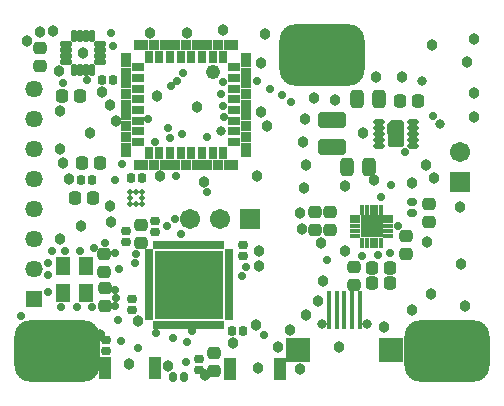
<source format=gts>
G04 Layer_Color=8388736*
%FSLAX25Y25*%
%MOIN*%
G70*
G01*
G75*
%ADD40R,0.05512X0.06693*%
G04:AMPARAMS|DCode=106|XSize=45.8mil|YSize=61.54mil|CornerRadius=13.45mil|HoleSize=0mil|Usage=FLASHONLY|Rotation=180.000|XOffset=0mil|YOffset=0mil|HoleType=Round|Shape=RoundedRectangle|*
%AMROUNDEDRECTD106*
21,1,0.04580,0.03465,0,0,180.0*
21,1,0.01890,0.06154,0,0,180.0*
1,1,0.02690,-0.00945,0.01732*
1,1,0.02690,0.00945,0.01732*
1,1,0.02690,0.00945,-0.01732*
1,1,0.02690,-0.00945,-0.01732*
%
%ADD106ROUNDEDRECTD106*%
%ADD107R,0.03359X0.05131*%
%ADD108R,0.03359X0.03359*%
%ADD109R,0.04107X0.02769*%
%ADD110R,0.03359X0.03359*%
%ADD111R,0.05131X0.03359*%
%ADD112R,0.02769X0.04107*%
G04:AMPARAMS|DCode=113|XSize=26.11mil|YSize=32.02mil|CornerRadius=8.71mil|HoleSize=0mil|Usage=FLASHONLY|Rotation=270.000|XOffset=0mil|YOffset=0mil|HoleType=Round|Shape=RoundedRectangle|*
%AMROUNDEDRECTD113*
21,1,0.02611,0.01460,0,0,270.0*
21,1,0.00869,0.03202,0,0,270.0*
1,1,0.01742,-0.00730,-0.00435*
1,1,0.01742,-0.00730,0.00435*
1,1,0.01742,0.00730,0.00435*
1,1,0.01742,0.00730,-0.00435*
%
%ADD113ROUNDEDRECTD113*%
G04:AMPARAMS|DCode=114|XSize=41.86mil|YSize=19.02mil|CornerRadius=6.76mil|HoleSize=0mil|Usage=FLASHONLY|Rotation=180.000|XOffset=0mil|YOffset=0mil|HoleType=Round|Shape=RoundedRectangle|*
%AMROUNDEDRECTD114*
21,1,0.04186,0.00551,0,0,180.0*
21,1,0.02835,0.01902,0,0,180.0*
1,1,0.01351,-0.01417,0.00276*
1,1,0.01351,0.01417,0.00276*
1,1,0.01351,0.01417,-0.00276*
1,1,0.01351,-0.01417,-0.00276*
%
%ADD114ROUNDEDRECTD114*%
G04:AMPARAMS|DCode=115|XSize=41.86mil|YSize=19.02mil|CornerRadius=6.76mil|HoleSize=0mil|Usage=FLASHONLY|Rotation=270.000|XOffset=0mil|YOffset=0mil|HoleType=Round|Shape=RoundedRectangle|*
%AMROUNDEDRECTD115*
21,1,0.04186,0.00551,0,0,270.0*
21,1,0.02835,0.01902,0,0,270.0*
1,1,0.01351,-0.00276,-0.01417*
1,1,0.01351,-0.00276,0.01417*
1,1,0.01351,0.00276,0.01417*
1,1,0.01351,0.00276,-0.01417*
%
%ADD115ROUNDEDRECTD115*%
G04:AMPARAMS|DCode=116|XSize=28.08mil|YSize=31.62mil|CornerRadius=9.12mil|HoleSize=0mil|Usage=FLASHONLY|Rotation=0.000|XOffset=0mil|YOffset=0mil|HoleType=Round|Shape=RoundedRectangle|*
%AMROUNDEDRECTD116*
21,1,0.02808,0.01338,0,0,0.0*
21,1,0.00984,0.03162,0,0,0.0*
1,1,0.01824,0.00492,-0.00669*
1,1,0.01824,-0.00492,-0.00669*
1,1,0.01824,-0.00492,0.00669*
1,1,0.01824,0.00492,0.00669*
%
%ADD116ROUNDEDRECTD116*%
G04:AMPARAMS|DCode=117|XSize=42.25mil|YSize=43.83mil|CornerRadius=12.73mil|HoleSize=0mil|Usage=FLASHONLY|Rotation=0.000|XOffset=0mil|YOffset=0mil|HoleType=Round|Shape=RoundedRectangle|*
%AMROUNDEDRECTD117*
21,1,0.04225,0.01836,0,0,0.0*
21,1,0.01678,0.04383,0,0,0.0*
1,1,0.02547,0.00839,-0.00918*
1,1,0.02547,-0.00839,-0.00918*
1,1,0.02547,-0.00839,0.00918*
1,1,0.02547,0.00839,0.00918*
%
%ADD117ROUNDEDRECTD117*%
G04:AMPARAMS|DCode=118|XSize=42.25mil|YSize=43.83mil|CornerRadius=12.73mil|HoleSize=0mil|Usage=FLASHONLY|Rotation=270.000|XOffset=0mil|YOffset=0mil|HoleType=Round|Shape=RoundedRectangle|*
%AMROUNDEDRECTD118*
21,1,0.04225,0.01836,0,0,270.0*
21,1,0.01678,0.04383,0,0,270.0*
1,1,0.02547,-0.00918,-0.00839*
1,1,0.02547,-0.00918,0.00839*
1,1,0.02547,0.00918,0.00839*
1,1,0.02547,0.00918,-0.00839*
%
%ADD118ROUNDEDRECTD118*%
%ADD119C,0.01981*%
%ADD120R,0.03556X0.01587*%
%ADD121R,0.01587X0.03556*%
%ADD122R,0.07296X0.07296*%
%ADD123R,0.02965X0.01981*%
%ADD124R,0.01981X0.02965*%
%ADD125R,0.22847X0.22847*%
%ADD126R,0.03950X0.07493*%
G04:AMPARAMS|DCode=127|XSize=28.08mil|YSize=31.62mil|CornerRadius=9.12mil|HoleSize=0mil|Usage=FLASHONLY|Rotation=270.000|XOffset=0mil|YOffset=0mil|HoleType=Round|Shape=RoundedRectangle|*
%AMROUNDEDRECTD127*
21,1,0.02808,0.01338,0,0,270.0*
21,1,0.00984,0.03162,0,0,270.0*
1,1,0.01824,-0.00669,-0.00492*
1,1,0.01824,-0.00669,0.00492*
1,1,0.01824,0.00669,0.00492*
1,1,0.01824,0.00669,-0.00492*
%
%ADD127ROUNDEDRECTD127*%
G04:AMPARAMS|DCode=128|XSize=54.85mil|YSize=95.4mil|CornerRadius=13.84mil|HoleSize=0mil|Usage=FLASHONLY|Rotation=270.000|XOffset=0mil|YOffset=0mil|HoleType=Round|Shape=RoundedRectangle|*
%AMROUNDEDRECTD128*
21,1,0.05485,0.06772,0,0,270.0*
21,1,0.02717,0.09540,0,0,270.0*
1,1,0.02768,-0.03386,-0.01359*
1,1,0.02768,-0.03386,0.01359*
1,1,0.02768,0.03386,0.01359*
1,1,0.02768,0.03386,-0.01359*
%
%ADD128ROUNDEDRECTD128*%
G04:AMPARAMS|DCode=129|XSize=26.11mil|YSize=32.02mil|CornerRadius=8.71mil|HoleSize=0mil|Usage=FLASHONLY|Rotation=0.000|XOffset=0mil|YOffset=0mil|HoleType=Round|Shape=RoundedRectangle|*
%AMROUNDEDRECTD129*
21,1,0.02611,0.01460,0,0,0.0*
21,1,0.00869,0.03202,0,0,0.0*
1,1,0.01742,0.00435,-0.00730*
1,1,0.01742,-0.00435,-0.00730*
1,1,0.01742,-0.00435,0.00730*
1,1,0.01742,0.00435,0.00730*
%
%ADD129ROUNDEDRECTD129*%
%ADD130R,0.08280X0.08280*%
%ADD131R,0.01784X0.12611*%
%ADD132R,0.04934X0.05918*%
G04:AMPARAMS|DCode=133|XSize=39.89mil|YSize=18.24mil|CornerRadius=6.76mil|HoleSize=0mil|Usage=FLASHONLY|Rotation=180.000|XOffset=0mil|YOffset=0mil|HoleType=Round|Shape=RoundedRectangle|*
%AMROUNDEDRECTD133*
21,1,0.03989,0.00471,0,0,180.0*
21,1,0.02636,0.01824,0,0,180.0*
1,1,0.01353,-0.01318,0.00235*
1,1,0.01353,0.01318,0.00235*
1,1,0.01353,0.01318,-0.00235*
1,1,0.01353,-0.01318,-0.00235*
%
%ADD133ROUNDEDRECTD133*%
%ADD134R,0.06706X0.06706*%
%ADD135C,0.06706*%
%ADD136R,0.05761X0.05761*%
%ADD137C,0.05761*%
%ADD138R,0.06706X0.06706*%
G04:AMPARAMS|DCode=139|XSize=283.59mil|YSize=204.85mil|CornerRadius=53.21mil|HoleSize=0mil|Usage=FLASHONLY|Rotation=180.000|XOffset=0mil|YOffset=0mil|HoleType=Round|Shape=RoundedRectangle|*
%AMROUNDEDRECTD139*
21,1,0.28359,0.09843,0,0,180.0*
21,1,0.17716,0.20485,0,0,180.0*
1,1,0.10642,-0.08858,0.04921*
1,1,0.10642,0.08858,0.04921*
1,1,0.10642,0.08858,-0.04921*
1,1,0.10642,-0.08858,-0.04921*
%
%ADD139ROUNDEDRECTD139*%
%ADD140C,0.03300*%
%ADD141C,0.03800*%
%ADD142C,0.02800*%
%ADD143C,0.03162*%
%ADD144C,0.04800*%
G36*
X129759Y88113D02*
X129940Y88070D01*
X130111Y87999D01*
X130269Y87902D01*
X130410Y87782D01*
X130530Y87641D01*
X130627Y87483D01*
X130698Y87311D01*
X130741Y87131D01*
X130756Y80253D01*
X130741Y80069D01*
X130698Y79889D01*
X130627Y79717D01*
X130530Y79559D01*
X130410Y79418D01*
X130269Y79298D01*
X130111Y79201D01*
X129940Y79130D01*
X129759Y79087D01*
X129575Y79072D01*
X126425D01*
X126241Y79087D01*
X126060Y79130D01*
X125889Y79201D01*
X125731Y79298D01*
X125590Y79418D01*
X125470Y79559D01*
X125373Y79717D01*
X125302Y79889D01*
X125259Y80069D01*
X125244Y86946D01*
X126425Y88128D01*
X129575D01*
X129759Y88113D01*
D02*
G37*
D40*
X128000Y83600D02*
D03*
D106*
X115058Y95100D02*
D03*
X122342D02*
D03*
X111758Y72400D02*
D03*
X119042D02*
D03*
D107*
X38120Y78241D02*
D03*
Y108359D02*
D03*
X78080Y78241D02*
D03*
Y108359D02*
D03*
D108*
X38120Y82670D02*
D03*
Y86213D02*
D03*
Y89757D02*
D03*
Y93300D02*
D03*
Y96843D02*
D03*
Y100387D02*
D03*
Y103930D02*
D03*
X78080Y82670D02*
D03*
Y86213D02*
D03*
Y89757D02*
D03*
Y93300D02*
D03*
Y96843D02*
D03*
Y100387D02*
D03*
Y103930D02*
D03*
D109*
X42076Y80898D02*
D03*
Y84442D02*
D03*
Y87985D02*
D03*
Y91528D02*
D03*
Y98615D02*
D03*
Y102158D02*
D03*
Y105702D02*
D03*
Y95072D02*
D03*
X74124Y80898D02*
D03*
Y84442D02*
D03*
Y87985D02*
D03*
Y91528D02*
D03*
Y95072D02*
D03*
Y98615D02*
D03*
Y102158D02*
D03*
Y105702D02*
D03*
D110*
X47470Y73320D02*
D03*
X54557D02*
D03*
X51013D02*
D03*
X47470Y113280D02*
D03*
X51013D02*
D03*
X54557D02*
D03*
X61643Y73320D02*
D03*
X58100D02*
D03*
X68730D02*
D03*
X65187D02*
D03*
X61643Y113280D02*
D03*
X58100D02*
D03*
X65187D02*
D03*
X68730D02*
D03*
D111*
X43041Y73320D02*
D03*
Y113280D02*
D03*
X73159Y73320D02*
D03*
Y113280D02*
D03*
D112*
X45698Y77276D02*
D03*
X56328D02*
D03*
X49242D02*
D03*
X52785D02*
D03*
X45698Y109324D02*
D03*
X52785D02*
D03*
X49242D02*
D03*
X56328D02*
D03*
X63415Y77276D02*
D03*
X59872D02*
D03*
X70502D02*
D03*
X66958D02*
D03*
X63415Y109324D02*
D03*
X59872D02*
D03*
X70502D02*
D03*
X66958D02*
D03*
D113*
X133500Y57230D02*
D03*
Y60970D02*
D03*
D114*
X18070Y109616D02*
D03*
Y107647D02*
D03*
Y111584D02*
D03*
Y113553D02*
D03*
X29330Y107647D02*
D03*
Y109616D02*
D03*
Y111584D02*
D03*
Y113553D02*
D03*
D115*
X20747Y104970D02*
D03*
X22716D02*
D03*
X20747Y116230D02*
D03*
X22716D02*
D03*
X24684Y104970D02*
D03*
X26653D02*
D03*
X24684Y116230D02*
D03*
X26653D02*
D03*
D116*
X33611Y101600D02*
D03*
X29989D02*
D03*
X23189Y68300D02*
D03*
X26811D02*
D03*
X77111Y17900D02*
D03*
X73489D02*
D03*
X43511Y68800D02*
D03*
X39889D02*
D03*
D117*
X22731Y96200D02*
D03*
X16669D02*
D03*
X120069Y34000D02*
D03*
X126131D02*
D03*
X23469Y73800D02*
D03*
X29531D02*
D03*
X129469Y94600D02*
D03*
X135531D02*
D03*
X119968Y39000D02*
D03*
X126031D02*
D03*
X20968Y62300D02*
D03*
X27031D02*
D03*
D118*
X9500Y106069D02*
D03*
Y112132D02*
D03*
X114100Y39331D02*
D03*
Y33268D02*
D03*
X106000Y51569D02*
D03*
Y57631D02*
D03*
X139000Y60132D02*
D03*
Y54068D02*
D03*
X67500Y4569D02*
D03*
Y10632D02*
D03*
X43000Y47269D02*
D03*
Y53332D02*
D03*
X131500Y43569D02*
D03*
Y49632D02*
D03*
X30900Y43532D02*
D03*
Y37468D02*
D03*
X31000Y26068D02*
D03*
Y32131D02*
D03*
X101000Y51569D02*
D03*
Y57631D02*
D03*
D119*
X39531Y64169D02*
D03*
Y60232D02*
D03*
X41500D02*
D03*
X43468D02*
D03*
X39531Y62200D02*
D03*
X41500Y64169D02*
D03*
X43468Y62200D02*
D03*
Y64169D02*
D03*
D120*
X114488Y49650D02*
D03*
Y51225D02*
D03*
Y55950D02*
D03*
Y54375D02*
D03*
Y52800D02*
D03*
X125512Y51225D02*
D03*
Y49650D02*
D03*
Y54375D02*
D03*
Y52800D02*
D03*
Y55950D02*
D03*
D121*
X116850Y47288D02*
D03*
Y58312D02*
D03*
X118425D02*
D03*
X121575Y47288D02*
D03*
X123150D02*
D03*
X118425D02*
D03*
X120000D02*
D03*
X123150Y58312D02*
D03*
X120000D02*
D03*
X121575D02*
D03*
D122*
X120000Y52800D02*
D03*
D123*
X45713Y22473D02*
D03*
Y24442D02*
D03*
Y26410D02*
D03*
Y28379D02*
D03*
Y30347D02*
D03*
Y32316D02*
D03*
Y36253D02*
D03*
Y40190D02*
D03*
Y42158D02*
D03*
Y44127D02*
D03*
Y34284D02*
D03*
Y38221D02*
D03*
X72287Y22473D02*
D03*
Y24442D02*
D03*
Y26410D02*
D03*
Y28379D02*
D03*
Y30347D02*
D03*
Y32316D02*
D03*
Y34284D02*
D03*
Y36253D02*
D03*
Y38221D02*
D03*
Y40190D02*
D03*
Y42158D02*
D03*
Y44127D02*
D03*
D124*
X52110Y20013D02*
D03*
X56047D02*
D03*
X50142D02*
D03*
X48173D02*
D03*
X58016D02*
D03*
X54079D02*
D03*
X48173Y46587D02*
D03*
X52110D02*
D03*
X50142D02*
D03*
X54079D02*
D03*
X58016D02*
D03*
X56047D02*
D03*
X59984Y20013D02*
D03*
X63921D02*
D03*
X61953D02*
D03*
X65890D02*
D03*
X69827D02*
D03*
X67858D02*
D03*
X59984Y46587D02*
D03*
X63921D02*
D03*
X61953D02*
D03*
X65890D02*
D03*
X67858D02*
D03*
X69827D02*
D03*
D125*
X59000Y33300D02*
D03*
D126*
X89268Y5100D02*
D03*
X72732D02*
D03*
X47768Y5600D02*
D03*
X31232D02*
D03*
D127*
X62500Y4789D02*
D03*
Y8411D02*
D03*
X40000Y24789D02*
D03*
Y28411D02*
D03*
X31500Y14911D02*
D03*
Y11289D02*
D03*
X77000Y42789D02*
D03*
Y46411D02*
D03*
X47900Y50789D02*
D03*
Y54411D02*
D03*
X38000Y47489D02*
D03*
Y51111D02*
D03*
D128*
X106800Y79310D02*
D03*
Y88090D02*
D03*
D129*
X57370Y2600D02*
D03*
X53630D02*
D03*
D130*
X95349Y11665D02*
D03*
X126451D02*
D03*
D131*
X105782Y24885D02*
D03*
X108341D02*
D03*
X113459D02*
D03*
X110900D02*
D03*
X116018D02*
D03*
D132*
X24600Y39600D02*
D03*
Y30545D02*
D03*
X16923Y39600D02*
D03*
Y30545D02*
D03*
D133*
X122311Y87537D02*
D03*
Y85568D02*
D03*
Y83600D02*
D03*
Y81631D02*
D03*
Y79663D02*
D03*
X133689D02*
D03*
Y81631D02*
D03*
Y83600D02*
D03*
Y85568D02*
D03*
Y87537D02*
D03*
D134*
X149500Y67600D02*
D03*
D135*
Y77600D02*
D03*
X59500Y55100D02*
D03*
X69500D02*
D03*
D136*
X7500Y28600D02*
D03*
D137*
Y38600D02*
D03*
Y48600D02*
D03*
Y58600D02*
D03*
Y68600D02*
D03*
Y78600D02*
D03*
Y88600D02*
D03*
Y98600D02*
D03*
D138*
X79500Y55100D02*
D03*
D139*
X145200Y11100D02*
D03*
X103400Y109900D02*
D03*
X15100Y11200D02*
D03*
D140*
X103420Y20129D02*
D03*
X118380D02*
D03*
X69800Y84400D02*
D03*
D141*
X102000Y27800D02*
D03*
X82100Y5700D02*
D03*
X92600Y18300D02*
D03*
X96800Y51900D02*
D03*
X133300Y24900D02*
D03*
X140700Y68800D02*
D03*
X126600Y85600D02*
D03*
X107900Y95000D02*
D03*
X84500Y116800D02*
D03*
X109200Y12400D02*
D03*
X88600Y12600D02*
D03*
X34800Y87900D02*
D03*
X26200Y83800D02*
D03*
X29500Y16500D02*
D03*
X154000Y89100D02*
D03*
Y115100D02*
D03*
Y97100D02*
D03*
X140000Y113100D02*
D03*
X138000Y73100D02*
D03*
X98000D02*
D03*
X96000Y57100D02*
D03*
Y5100D02*
D03*
X98000Y23100D02*
D03*
X97100Y80800D02*
D03*
X97800Y88700D02*
D03*
X117100Y83800D02*
D03*
X111200Y66200D02*
D03*
X120900Y68300D02*
D03*
X23700Y110600D02*
D03*
X133300Y67300D02*
D03*
X154200Y14400D02*
D03*
X5000Y114600D02*
D03*
X149700Y40200D02*
D03*
X151900Y107500D02*
D03*
X100700Y95600D02*
D03*
X54500Y27800D02*
D03*
X64000Y38800D02*
D03*
X55000D02*
D03*
X83000Y90800D02*
D03*
X120000Y52800D02*
D03*
X111000Y44600D02*
D03*
X130000Y102600D02*
D03*
X103900Y34400D02*
D03*
X23200Y53000D02*
D03*
X16000Y48600D02*
D03*
X81400Y19800D02*
D03*
X151100Y26200D02*
D03*
X81800Y69400D02*
D03*
X15600Y104600D02*
D03*
X9500Y117600D02*
D03*
X61800Y92600D02*
D03*
X46000Y117100D02*
D03*
X83000Y107300D02*
D03*
X32600Y59700D02*
D03*
X16000Y78700D02*
D03*
X32700Y93100D02*
D03*
X19000Y68600D02*
D03*
X48400Y96200D02*
D03*
X58500Y117100D02*
D03*
X16000Y91300D02*
D03*
X97500Y65600D02*
D03*
X17000Y73800D02*
D03*
X30000Y97600D02*
D03*
X149500Y59300D02*
D03*
X13600Y117900D02*
D03*
X124000Y19100D02*
D03*
X138500Y47600D02*
D03*
X49500Y69600D02*
D03*
X85000Y86300D02*
D03*
X121500Y102600D02*
D03*
X33000Y54300D02*
D03*
X73600Y13800D02*
D03*
X82500Y39600D02*
D03*
X64100Y67600D02*
D03*
X82500Y44600D02*
D03*
X139600Y30200D02*
D03*
X70500Y118100D02*
D03*
X103000Y47100D02*
D03*
X64500Y3100D02*
D03*
X52000Y6100D02*
D03*
X39200Y7000D02*
D03*
X42000Y21100D02*
D03*
D142*
X3200Y22900D02*
D03*
X131000Y77400D02*
D03*
X128643Y52925D02*
D03*
X17200Y100600D02*
D03*
X25200Y101400D02*
D03*
X33800Y112900D02*
D03*
X51900Y52800D02*
D03*
X54600Y69600D02*
D03*
X122200Y43300D02*
D03*
X126200Y43900D02*
D03*
X126500Y66400D02*
D03*
X69900Y97000D02*
D03*
X45500Y88400D02*
D03*
X36700Y73700D02*
D03*
X47800Y80800D02*
D03*
X52685Y82300D02*
D03*
X56664Y83436D02*
D03*
X52200Y85500D02*
D03*
X65000Y82400D02*
D03*
X70500Y101000D02*
D03*
X81900Y101100D02*
D03*
X86000Y98400D02*
D03*
X57000Y103800D02*
D03*
X93100Y94200D02*
D03*
X90200Y96400D02*
D03*
X34500Y68300D02*
D03*
X54985Y101285D02*
D03*
X53076Y99376D02*
D03*
X123000Y62450D02*
D03*
X70500Y92900D02*
D03*
X70600Y89300D02*
D03*
X54357Y55243D02*
D03*
X56500Y50100D02*
D03*
X78000Y39100D02*
D03*
X65000Y64100D02*
D03*
X33000Y117350D02*
D03*
X116700Y43000D02*
D03*
X140400Y89500D02*
D03*
X84000Y16600D02*
D03*
X34500Y26100D02*
D03*
X12000Y30800D02*
D03*
X16400Y25800D02*
D03*
X21900D02*
D03*
X26700D02*
D03*
X34700Y29000D02*
D03*
X12000Y36500D02*
D03*
Y40400D02*
D03*
X13300Y44400D02*
D03*
X17900D02*
D03*
X22700D02*
D03*
X27500Y45400D02*
D03*
X31100Y47100D02*
D03*
X34400Y44000D02*
D03*
X35800Y38700D02*
D03*
X51300Y35000D02*
D03*
X34500Y31700D02*
D03*
X41500Y43600D02*
D03*
X41000Y40600D02*
D03*
X76847Y36253D02*
D03*
X105000Y41600D02*
D03*
X36500Y14600D02*
D03*
X53619Y15441D02*
D03*
X58500Y14100D02*
D03*
X60116Y17772D02*
D03*
X58031Y7632D02*
D03*
X42000Y12100D02*
D03*
X48000Y17100D02*
D03*
X35500Y21600D02*
D03*
D143*
X142900Y86900D02*
D03*
X64000Y27700D02*
D03*
X136900Y101100D02*
D03*
D144*
X66958Y104058D02*
D03*
M02*

</source>
